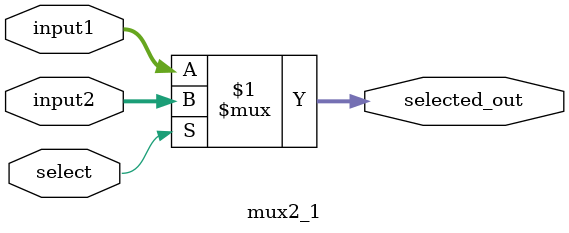
<source format=v>
`timescale 1ns / 1ps
module mux2_1(
	input wire [7:0] input1,
	input wire [7:0] input2,
	input wire select,
	output wire [7:0] selected_out
);

assign selected_out = (select) ? input2 : input1;

endmodule

</source>
